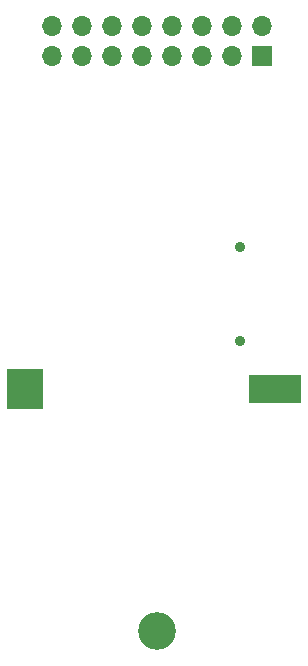
<source format=gbs>
%TF.GenerationSoftware,KiCad,Pcbnew,(6.0.9)*%
%TF.CreationDate,2022-12-02T21:30:47+00:00*%
%TF.ProjectId,SPIRadioCFRTC,53504952-6164-4696-9f43-465254432e6b,rev?*%
%TF.SameCoordinates,Original*%
%TF.FileFunction,Soldermask,Bot*%
%TF.FilePolarity,Negative*%
%FSLAX46Y46*%
G04 Gerber Fmt 4.6, Leading zero omitted, Abs format (unit mm)*
G04 Created by KiCad (PCBNEW (6.0.9)) date 2022-12-02 21:30:47*
%MOMM*%
%LPD*%
G01*
G04 APERTURE LIST*
%ADD10C,3.200000*%
%ADD11C,0.900000*%
%ADD12R,1.700000X1.700000*%
%ADD13O,1.700000X1.700000*%
%ADD14R,3.050000X3.400000*%
%ADD15R,4.500000X2.400000*%
G04 APERTURE END LIST*
D10*
%TO.C,REF\u002A\u002A*%
X35000000Y-75500000D03*
%TD*%
D11*
%TO.C,J2*%
X42070000Y-50950000D03*
X42070000Y-42950000D03*
%TD*%
D12*
%TO.C,J1*%
X43890000Y-26770000D03*
D13*
X43890000Y-24230000D03*
X41350000Y-26770000D03*
X41350000Y-24230000D03*
X38810000Y-26770000D03*
X38810000Y-24230000D03*
X36270000Y-26770000D03*
X36270000Y-24230000D03*
X33730000Y-26770000D03*
X33730000Y-24230000D03*
X31190000Y-26770000D03*
X31190000Y-24230000D03*
X28650000Y-26770000D03*
X28650000Y-24230000D03*
X26110000Y-26770000D03*
X26110000Y-24230000D03*
%TD*%
D14*
%TO.C,BT1*%
X23868350Y-55000000D03*
D15*
X44968350Y-55000000D03*
%TD*%
M02*

</source>
